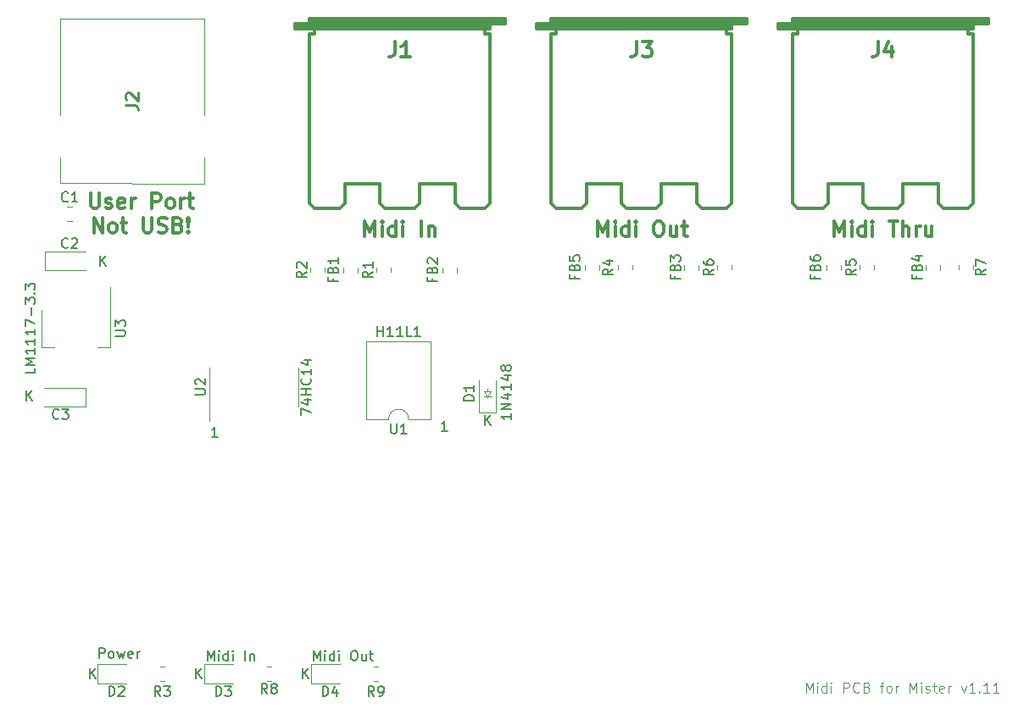
<source format=gbr>
%TF.GenerationSoftware,KiCad,Pcbnew,(6.0.4)*%
%TF.CreationDate,2022-03-30T21:28:38+02:00*%
%TF.ProjectId,mister-midi-pcb,6d697374-6572-42d6-9d69-64692d706362,1.11*%
%TF.SameCoordinates,Original*%
%TF.FileFunction,Legend,Top*%
%TF.FilePolarity,Positive*%
%FSLAX46Y46*%
G04 Gerber Fmt 4.6, Leading zero omitted, Abs format (unit mm)*
G04 Created by KiCad (PCBNEW (6.0.4)) date 2022-03-30 21:28:38*
%MOMM*%
%LPD*%
G01*
G04 APERTURE LIST*
%ADD10C,0.150000*%
%ADD11C,0.050000*%
%ADD12C,0.300000*%
%ADD13C,0.100000*%
%ADD14C,0.254000*%
%ADD15C,0.120000*%
%ADD16C,0.304800*%
G04 APERTURE END LIST*
D10*
X71013095Y-100952380D02*
X71013095Y-99952380D01*
X71584523Y-100952380D02*
X71155952Y-100380952D01*
X71584523Y-99952380D02*
X71013095Y-100523809D01*
X63638095Y-114402380D02*
X63638095Y-113402380D01*
X64209523Y-114402380D02*
X63780952Y-113830952D01*
X64209523Y-113402380D02*
X63638095Y-113973809D01*
X82760714Y-118027380D02*
X82189285Y-118027380D01*
X82475000Y-118027380D02*
X82475000Y-117027380D01*
X82379761Y-117170238D01*
X82284523Y-117265476D01*
X82189285Y-117313095D01*
X105685714Y-117427380D02*
X105114285Y-117427380D01*
X105400000Y-117427380D02*
X105400000Y-116427380D01*
X105304761Y-116570238D01*
X105209523Y-116665476D01*
X105114285Y-116713095D01*
X109488095Y-116852380D02*
X109488095Y-115852380D01*
X110059523Y-116852380D02*
X109630952Y-116280952D01*
X110059523Y-115852380D02*
X109488095Y-116423809D01*
X69988095Y-142177380D02*
X69988095Y-141177380D01*
X70559523Y-142177380D02*
X70130952Y-141605952D01*
X70559523Y-141177380D02*
X69988095Y-141748809D01*
X80588095Y-142202380D02*
X80588095Y-141202380D01*
X81159523Y-142202380D02*
X80730952Y-141630952D01*
X81159523Y-141202380D02*
X80588095Y-141773809D01*
X91288095Y-142177380D02*
X91288095Y-141177380D01*
X91859523Y-142177380D02*
X91430952Y-141605952D01*
X91859523Y-141177380D02*
X91288095Y-141748809D01*
D11*
X109725000Y-113975000D02*
X109725000Y-114175000D01*
X109725000Y-113200000D02*
X109725000Y-113425000D01*
X109375000Y-113450000D02*
X110050000Y-113450000D01*
X109725000Y-113975000D02*
X110050000Y-113475000D01*
X109375000Y-113450000D02*
X109725000Y-113975000D01*
X110100000Y-113975000D02*
X109725000Y-113975000D01*
X109350000Y-113975000D02*
X110100000Y-113975000D01*
D10*
X92345238Y-140406380D02*
X92345238Y-139406380D01*
X92678571Y-140120666D01*
X93011904Y-139406380D01*
X93011904Y-140406380D01*
X93488095Y-140406380D02*
X93488095Y-139739714D01*
X93488095Y-139406380D02*
X93440476Y-139454000D01*
X93488095Y-139501619D01*
X93535714Y-139454000D01*
X93488095Y-139406380D01*
X93488095Y-139501619D01*
X94392857Y-140406380D02*
X94392857Y-139406380D01*
X94392857Y-140358761D02*
X94297619Y-140406380D01*
X94107142Y-140406380D01*
X94011904Y-140358761D01*
X93964285Y-140311142D01*
X93916666Y-140215904D01*
X93916666Y-139930190D01*
X93964285Y-139834952D01*
X94011904Y-139787333D01*
X94107142Y-139739714D01*
X94297619Y-139739714D01*
X94392857Y-139787333D01*
X94869047Y-140406380D02*
X94869047Y-139739714D01*
X94869047Y-139406380D02*
X94821428Y-139454000D01*
X94869047Y-139501619D01*
X94916666Y-139454000D01*
X94869047Y-139406380D01*
X94869047Y-139501619D01*
X96297619Y-139406380D02*
X96488095Y-139406380D01*
X96583333Y-139454000D01*
X96678571Y-139549238D01*
X96726190Y-139739714D01*
X96726190Y-140073047D01*
X96678571Y-140263523D01*
X96583333Y-140358761D01*
X96488095Y-140406380D01*
X96297619Y-140406380D01*
X96202380Y-140358761D01*
X96107142Y-140263523D01*
X96059523Y-140073047D01*
X96059523Y-139739714D01*
X96107142Y-139549238D01*
X96202380Y-139454000D01*
X96297619Y-139406380D01*
X97583333Y-139739714D02*
X97583333Y-140406380D01*
X97154761Y-139739714D02*
X97154761Y-140263523D01*
X97202380Y-140358761D01*
X97297619Y-140406380D01*
X97440476Y-140406380D01*
X97535714Y-140358761D01*
X97583333Y-140311142D01*
X97916666Y-139739714D02*
X98297619Y-139739714D01*
X98059523Y-139406380D02*
X98059523Y-140263523D01*
X98107142Y-140358761D01*
X98202380Y-140406380D01*
X98297619Y-140406380D01*
X81740666Y-140406380D02*
X81740666Y-139406380D01*
X82074000Y-140120666D01*
X82407333Y-139406380D01*
X82407333Y-140406380D01*
X82883523Y-140406380D02*
X82883523Y-139739714D01*
X82883523Y-139406380D02*
X82835904Y-139454000D01*
X82883523Y-139501619D01*
X82931142Y-139454000D01*
X82883523Y-139406380D01*
X82883523Y-139501619D01*
X83788285Y-140406380D02*
X83788285Y-139406380D01*
X83788285Y-140358761D02*
X83693047Y-140406380D01*
X83502571Y-140406380D01*
X83407333Y-140358761D01*
X83359714Y-140311142D01*
X83312095Y-140215904D01*
X83312095Y-139930190D01*
X83359714Y-139834952D01*
X83407333Y-139787333D01*
X83502571Y-139739714D01*
X83693047Y-139739714D01*
X83788285Y-139787333D01*
X84264476Y-140406380D02*
X84264476Y-139739714D01*
X84264476Y-139406380D02*
X84216857Y-139454000D01*
X84264476Y-139501619D01*
X84312095Y-139454000D01*
X84264476Y-139406380D01*
X84264476Y-139501619D01*
X85502571Y-140406380D02*
X85502571Y-139406380D01*
X85978761Y-139739714D02*
X85978761Y-140406380D01*
X85978761Y-139834952D02*
X86026380Y-139787333D01*
X86121619Y-139739714D01*
X86264476Y-139739714D01*
X86359714Y-139787333D01*
X86407333Y-139882571D01*
X86407333Y-140406380D01*
X70921809Y-140152380D02*
X70921809Y-139152380D01*
X71302761Y-139152380D01*
X71398000Y-139200000D01*
X71445619Y-139247619D01*
X71493238Y-139342857D01*
X71493238Y-139485714D01*
X71445619Y-139580952D01*
X71398000Y-139628571D01*
X71302761Y-139676190D01*
X70921809Y-139676190D01*
X72064666Y-140152380D02*
X71969428Y-140104761D01*
X71921809Y-140057142D01*
X71874190Y-139961904D01*
X71874190Y-139676190D01*
X71921809Y-139580952D01*
X71969428Y-139533333D01*
X72064666Y-139485714D01*
X72207523Y-139485714D01*
X72302761Y-139533333D01*
X72350380Y-139580952D01*
X72398000Y-139676190D01*
X72398000Y-139961904D01*
X72350380Y-140057142D01*
X72302761Y-140104761D01*
X72207523Y-140152380D01*
X72064666Y-140152380D01*
X72731333Y-139485714D02*
X72921809Y-140152380D01*
X73112285Y-139676190D01*
X73302761Y-140152380D01*
X73493238Y-139485714D01*
X74255142Y-140104761D02*
X74159904Y-140152380D01*
X73969428Y-140152380D01*
X73874190Y-140104761D01*
X73826571Y-140009523D01*
X73826571Y-139628571D01*
X73874190Y-139533333D01*
X73969428Y-139485714D01*
X74159904Y-139485714D01*
X74255142Y-139533333D01*
X74302761Y-139628571D01*
X74302761Y-139723809D01*
X73826571Y-139819047D01*
X74731333Y-140152380D02*
X74731333Y-139485714D01*
X74731333Y-139676190D02*
X74778952Y-139580952D01*
X74826571Y-139533333D01*
X74921809Y-139485714D01*
X75017047Y-139485714D01*
D12*
X70072085Y-93703671D02*
X70072085Y-94917957D01*
X70143514Y-95060814D01*
X70214942Y-95132242D01*
X70357800Y-95203671D01*
X70643514Y-95203671D01*
X70786371Y-95132242D01*
X70857800Y-95060814D01*
X70929228Y-94917957D01*
X70929228Y-93703671D01*
X71572085Y-95132242D02*
X71714942Y-95203671D01*
X72000657Y-95203671D01*
X72143514Y-95132242D01*
X72214942Y-94989385D01*
X72214942Y-94917957D01*
X72143514Y-94775100D01*
X72000657Y-94703671D01*
X71786371Y-94703671D01*
X71643514Y-94632242D01*
X71572085Y-94489385D01*
X71572085Y-94417957D01*
X71643514Y-94275100D01*
X71786371Y-94203671D01*
X72000657Y-94203671D01*
X72143514Y-94275100D01*
X73429228Y-95132242D02*
X73286371Y-95203671D01*
X73000657Y-95203671D01*
X72857800Y-95132242D01*
X72786371Y-94989385D01*
X72786371Y-94417957D01*
X72857800Y-94275100D01*
X73000657Y-94203671D01*
X73286371Y-94203671D01*
X73429228Y-94275100D01*
X73500657Y-94417957D01*
X73500657Y-94560814D01*
X72786371Y-94703671D01*
X74143514Y-95203671D02*
X74143514Y-94203671D01*
X74143514Y-94489385D02*
X74214942Y-94346528D01*
X74286371Y-94275100D01*
X74429228Y-94203671D01*
X74572085Y-94203671D01*
X76214942Y-95203671D02*
X76214942Y-93703671D01*
X76786371Y-93703671D01*
X76929228Y-93775100D01*
X77000657Y-93846528D01*
X77072085Y-93989385D01*
X77072085Y-94203671D01*
X77000657Y-94346528D01*
X76929228Y-94417957D01*
X76786371Y-94489385D01*
X76214942Y-94489385D01*
X77929228Y-95203671D02*
X77786371Y-95132242D01*
X77714942Y-95060814D01*
X77643514Y-94917957D01*
X77643514Y-94489385D01*
X77714942Y-94346528D01*
X77786371Y-94275100D01*
X77929228Y-94203671D01*
X78143514Y-94203671D01*
X78286371Y-94275100D01*
X78357800Y-94346528D01*
X78429228Y-94489385D01*
X78429228Y-94917957D01*
X78357800Y-95060814D01*
X78286371Y-95132242D01*
X78143514Y-95203671D01*
X77929228Y-95203671D01*
X79072085Y-95203671D02*
X79072085Y-94203671D01*
X79072085Y-94489385D02*
X79143514Y-94346528D01*
X79214942Y-94275100D01*
X79357800Y-94203671D01*
X79500657Y-94203671D01*
X79786371Y-94203671D02*
X80357800Y-94203671D01*
X80000657Y-93703671D02*
X80000657Y-94989385D01*
X80072085Y-95132242D01*
X80214942Y-95203671D01*
X80357800Y-95203671D01*
X70393514Y-97618671D02*
X70393514Y-96118671D01*
X71250657Y-97618671D01*
X71250657Y-96118671D01*
X72179228Y-97618671D02*
X72036371Y-97547242D01*
X71964942Y-97475814D01*
X71893514Y-97332957D01*
X71893514Y-96904385D01*
X71964942Y-96761528D01*
X72036371Y-96690100D01*
X72179228Y-96618671D01*
X72393514Y-96618671D01*
X72536371Y-96690100D01*
X72607800Y-96761528D01*
X72679228Y-96904385D01*
X72679228Y-97332957D01*
X72607800Y-97475814D01*
X72536371Y-97547242D01*
X72393514Y-97618671D01*
X72179228Y-97618671D01*
X73107800Y-96618671D02*
X73679228Y-96618671D01*
X73322085Y-96118671D02*
X73322085Y-97404385D01*
X73393514Y-97547242D01*
X73536371Y-97618671D01*
X73679228Y-97618671D01*
X75322085Y-96118671D02*
X75322085Y-97332957D01*
X75393514Y-97475814D01*
X75464942Y-97547242D01*
X75607800Y-97618671D01*
X75893514Y-97618671D01*
X76036371Y-97547242D01*
X76107800Y-97475814D01*
X76179228Y-97332957D01*
X76179228Y-96118671D01*
X76822085Y-97547242D02*
X77036371Y-97618671D01*
X77393514Y-97618671D01*
X77536371Y-97547242D01*
X77607800Y-97475814D01*
X77679228Y-97332957D01*
X77679228Y-97190100D01*
X77607800Y-97047242D01*
X77536371Y-96975814D01*
X77393514Y-96904385D01*
X77107800Y-96832957D01*
X76964942Y-96761528D01*
X76893514Y-96690100D01*
X76822085Y-96547242D01*
X76822085Y-96404385D01*
X76893514Y-96261528D01*
X76964942Y-96190100D01*
X77107800Y-96118671D01*
X77464942Y-96118671D01*
X77679228Y-96190100D01*
X78822085Y-96832957D02*
X79036371Y-96904385D01*
X79107800Y-96975814D01*
X79179228Y-97118671D01*
X79179228Y-97332957D01*
X79107800Y-97475814D01*
X79036371Y-97547242D01*
X78893514Y-97618671D01*
X78322085Y-97618671D01*
X78322085Y-96118671D01*
X78822085Y-96118671D01*
X78964942Y-96190100D01*
X79036371Y-96261528D01*
X79107800Y-96404385D01*
X79107800Y-96547242D01*
X79036371Y-96690100D01*
X78964942Y-96761528D01*
X78822085Y-96832957D01*
X78322085Y-96832957D01*
X79822085Y-97475814D02*
X79893514Y-97547242D01*
X79822085Y-97618671D01*
X79750657Y-97547242D01*
X79822085Y-97475814D01*
X79822085Y-97618671D01*
X79822085Y-97047242D02*
X79750657Y-96190100D01*
X79822085Y-96118671D01*
X79893514Y-96190100D01*
X79822085Y-97047242D01*
X79822085Y-96118671D01*
D13*
X141510952Y-143581380D02*
X141510952Y-142581380D01*
X141844285Y-143295666D01*
X142177619Y-142581380D01*
X142177619Y-143581380D01*
X142653809Y-143581380D02*
X142653809Y-142914714D01*
X142653809Y-142581380D02*
X142606190Y-142629000D01*
X142653809Y-142676619D01*
X142701428Y-142629000D01*
X142653809Y-142581380D01*
X142653809Y-142676619D01*
X143558571Y-143581380D02*
X143558571Y-142581380D01*
X143558571Y-143533761D02*
X143463333Y-143581380D01*
X143272857Y-143581380D01*
X143177619Y-143533761D01*
X143130000Y-143486142D01*
X143082380Y-143390904D01*
X143082380Y-143105190D01*
X143130000Y-143009952D01*
X143177619Y-142962333D01*
X143272857Y-142914714D01*
X143463333Y-142914714D01*
X143558571Y-142962333D01*
X144034761Y-143581380D02*
X144034761Y-142914714D01*
X144034761Y-142581380D02*
X143987142Y-142629000D01*
X144034761Y-142676619D01*
X144082380Y-142629000D01*
X144034761Y-142581380D01*
X144034761Y-142676619D01*
X145272857Y-143581380D02*
X145272857Y-142581380D01*
X145653809Y-142581380D01*
X145749047Y-142629000D01*
X145796666Y-142676619D01*
X145844285Y-142771857D01*
X145844285Y-142914714D01*
X145796666Y-143009952D01*
X145749047Y-143057571D01*
X145653809Y-143105190D01*
X145272857Y-143105190D01*
X146844285Y-143486142D02*
X146796666Y-143533761D01*
X146653809Y-143581380D01*
X146558571Y-143581380D01*
X146415714Y-143533761D01*
X146320476Y-143438523D01*
X146272857Y-143343285D01*
X146225238Y-143152809D01*
X146225238Y-143009952D01*
X146272857Y-142819476D01*
X146320476Y-142724238D01*
X146415714Y-142629000D01*
X146558571Y-142581380D01*
X146653809Y-142581380D01*
X146796666Y-142629000D01*
X146844285Y-142676619D01*
X147606190Y-143057571D02*
X147749047Y-143105190D01*
X147796666Y-143152809D01*
X147844285Y-143248047D01*
X147844285Y-143390904D01*
X147796666Y-143486142D01*
X147749047Y-143533761D01*
X147653809Y-143581380D01*
X147272857Y-143581380D01*
X147272857Y-142581380D01*
X147606190Y-142581380D01*
X147701428Y-142629000D01*
X147749047Y-142676619D01*
X147796666Y-142771857D01*
X147796666Y-142867095D01*
X147749047Y-142962333D01*
X147701428Y-143009952D01*
X147606190Y-143057571D01*
X147272857Y-143057571D01*
X148891904Y-142914714D02*
X149272857Y-142914714D01*
X149034761Y-143581380D02*
X149034761Y-142724238D01*
X149082380Y-142629000D01*
X149177619Y-142581380D01*
X149272857Y-142581380D01*
X149749047Y-143581380D02*
X149653809Y-143533761D01*
X149606190Y-143486142D01*
X149558571Y-143390904D01*
X149558571Y-143105190D01*
X149606190Y-143009952D01*
X149653809Y-142962333D01*
X149749047Y-142914714D01*
X149891904Y-142914714D01*
X149987142Y-142962333D01*
X150034761Y-143009952D01*
X150082380Y-143105190D01*
X150082380Y-143390904D01*
X150034761Y-143486142D01*
X149987142Y-143533761D01*
X149891904Y-143581380D01*
X149749047Y-143581380D01*
X150510952Y-143581380D02*
X150510952Y-142914714D01*
X150510952Y-143105190D02*
X150558571Y-143009952D01*
X150606190Y-142962333D01*
X150701428Y-142914714D01*
X150796666Y-142914714D01*
X151891904Y-143581380D02*
X151891904Y-142581380D01*
X152225238Y-143295666D01*
X152558571Y-142581380D01*
X152558571Y-143581380D01*
X153034761Y-143581380D02*
X153034761Y-142914714D01*
X153034761Y-142581380D02*
X152987142Y-142629000D01*
X153034761Y-142676619D01*
X153082380Y-142629000D01*
X153034761Y-142581380D01*
X153034761Y-142676619D01*
X153463333Y-143533761D02*
X153558571Y-143581380D01*
X153749047Y-143581380D01*
X153844285Y-143533761D01*
X153891904Y-143438523D01*
X153891904Y-143390904D01*
X153844285Y-143295666D01*
X153749047Y-143248047D01*
X153606190Y-143248047D01*
X153510952Y-143200428D01*
X153463333Y-143105190D01*
X153463333Y-143057571D01*
X153510952Y-142962333D01*
X153606190Y-142914714D01*
X153749047Y-142914714D01*
X153844285Y-142962333D01*
X154177619Y-142914714D02*
X154558571Y-142914714D01*
X154320476Y-142581380D02*
X154320476Y-143438523D01*
X154368095Y-143533761D01*
X154463333Y-143581380D01*
X154558571Y-143581380D01*
X155272857Y-143533761D02*
X155177619Y-143581380D01*
X154987142Y-143581380D01*
X154891904Y-143533761D01*
X154844285Y-143438523D01*
X154844285Y-143057571D01*
X154891904Y-142962333D01*
X154987142Y-142914714D01*
X155177619Y-142914714D01*
X155272857Y-142962333D01*
X155320476Y-143057571D01*
X155320476Y-143152809D01*
X154844285Y-143248047D01*
X155749047Y-143581380D02*
X155749047Y-142914714D01*
X155749047Y-143105190D02*
X155796666Y-143009952D01*
X155844285Y-142962333D01*
X155939523Y-142914714D01*
X156034761Y-142914714D01*
X157034761Y-142914714D02*
X157272857Y-143581380D01*
X157510952Y-142914714D01*
X158415714Y-143581380D02*
X157844285Y-143581380D01*
X158130000Y-143581380D02*
X158130000Y-142581380D01*
X158034761Y-142724238D01*
X157939523Y-142819476D01*
X157844285Y-142867095D01*
X158844285Y-143486142D02*
X158891904Y-143533761D01*
X158844285Y-143581380D01*
X158796666Y-143533761D01*
X158844285Y-143486142D01*
X158844285Y-143581380D01*
X159844285Y-143581380D02*
X159272857Y-143581380D01*
X159558571Y-143581380D02*
X159558571Y-142581380D01*
X159463333Y-142724238D01*
X159368095Y-142819476D01*
X159272857Y-142867095D01*
X160796666Y-143581380D02*
X160225238Y-143581380D01*
X160510952Y-143581380D02*
X160510952Y-142581380D01*
X160415714Y-142724238D01*
X160320476Y-142819476D01*
X160225238Y-142867095D01*
D10*
%TO.C,D1*%
X108330380Y-114403095D02*
X107330380Y-114403095D01*
X107330380Y-114165000D01*
X107378000Y-114022142D01*
X107473238Y-113926904D01*
X107568476Y-113879285D01*
X107758952Y-113831666D01*
X107901809Y-113831666D01*
X108092285Y-113879285D01*
X108187523Y-113926904D01*
X108282761Y-114022142D01*
X108330380Y-114165000D01*
X108330380Y-114403095D01*
X108330380Y-112879285D02*
X108330380Y-113450714D01*
X108330380Y-113165000D02*
X107330380Y-113165000D01*
X107473238Y-113260238D01*
X107568476Y-113355476D01*
X107616095Y-113450714D01*
X112080380Y-115707857D02*
X112080380Y-116279285D01*
X112080380Y-115993571D02*
X111080380Y-115993571D01*
X111223238Y-116088809D01*
X111318476Y-116184047D01*
X111366095Y-116279285D01*
X112080380Y-115279285D02*
X111080380Y-115279285D01*
X112080380Y-114707857D01*
X111080380Y-114707857D01*
X111413714Y-113803095D02*
X112080380Y-113803095D01*
X111032761Y-114041190D02*
X111747047Y-114279285D01*
X111747047Y-113660238D01*
X112080380Y-112755476D02*
X112080380Y-113326904D01*
X112080380Y-113041190D02*
X111080380Y-113041190D01*
X111223238Y-113136428D01*
X111318476Y-113231666D01*
X111366095Y-113326904D01*
X111413714Y-111898333D02*
X112080380Y-111898333D01*
X111032761Y-112136428D02*
X111747047Y-112374523D01*
X111747047Y-111755476D01*
X111508952Y-111231666D02*
X111461333Y-111326904D01*
X111413714Y-111374523D01*
X111318476Y-111422142D01*
X111270857Y-111422142D01*
X111175619Y-111374523D01*
X111128000Y-111326904D01*
X111080380Y-111231666D01*
X111080380Y-111041190D01*
X111128000Y-110945952D01*
X111175619Y-110898333D01*
X111270857Y-110850714D01*
X111318476Y-110850714D01*
X111413714Y-110898333D01*
X111461333Y-110945952D01*
X111508952Y-111041190D01*
X111508952Y-111231666D01*
X111556571Y-111326904D01*
X111604190Y-111374523D01*
X111699428Y-111422142D01*
X111889904Y-111422142D01*
X111985142Y-111374523D01*
X112032761Y-111326904D01*
X112080380Y-111231666D01*
X112080380Y-111041190D01*
X112032761Y-110945952D01*
X111985142Y-110898333D01*
X111889904Y-110850714D01*
X111699428Y-110850714D01*
X111604190Y-110898333D01*
X111556571Y-110945952D01*
X111508952Y-111041190D01*
D12*
%TO.C,J1*%
X100465000Y-78553571D02*
X100465000Y-79625000D01*
X100393571Y-79839285D01*
X100250714Y-79982142D01*
X100036428Y-80053571D01*
X99893571Y-80053571D01*
X101965000Y-80053571D02*
X101107857Y-80053571D01*
X101536428Y-80053571D02*
X101536428Y-78553571D01*
X101393571Y-78767857D01*
X101250714Y-78910714D01*
X101107857Y-78982142D01*
X97465000Y-97960571D02*
X97465000Y-96460571D01*
X97965000Y-97532000D01*
X98465000Y-96460571D01*
X98465000Y-97960571D01*
X99179285Y-97960571D02*
X99179285Y-96960571D01*
X99179285Y-96460571D02*
X99107857Y-96532000D01*
X99179285Y-96603428D01*
X99250714Y-96532000D01*
X99179285Y-96460571D01*
X99179285Y-96603428D01*
X100536428Y-97960571D02*
X100536428Y-96460571D01*
X100536428Y-97889142D02*
X100393571Y-97960571D01*
X100107857Y-97960571D01*
X99965000Y-97889142D01*
X99893571Y-97817714D01*
X99822142Y-97674857D01*
X99822142Y-97246285D01*
X99893571Y-97103428D01*
X99965000Y-97032000D01*
X100107857Y-96960571D01*
X100393571Y-96960571D01*
X100536428Y-97032000D01*
X101250714Y-97960571D02*
X101250714Y-96960571D01*
X101250714Y-96460571D02*
X101179285Y-96532000D01*
X101250714Y-96603428D01*
X101322142Y-96532000D01*
X101250714Y-96460571D01*
X101250714Y-96603428D01*
X103107857Y-97960571D02*
X103107857Y-96460571D01*
X103822142Y-96960571D02*
X103822142Y-97960571D01*
X103822142Y-97103428D02*
X103893571Y-97032000D01*
X104036428Y-96960571D01*
X104250714Y-96960571D01*
X104393571Y-97032000D01*
X104465000Y-97174857D01*
X104465000Y-97960571D01*
%TO.C,J3*%
X124595000Y-78553571D02*
X124595000Y-79625000D01*
X124523571Y-79839285D01*
X124380714Y-79982142D01*
X124166428Y-80053571D01*
X124023571Y-80053571D01*
X125166428Y-78553571D02*
X126095000Y-78553571D01*
X125595000Y-79125000D01*
X125809285Y-79125000D01*
X125952142Y-79196428D01*
X126023571Y-79267857D01*
X126095000Y-79410714D01*
X126095000Y-79767857D01*
X126023571Y-79910714D01*
X125952142Y-79982142D01*
X125809285Y-80053571D01*
X125380714Y-80053571D01*
X125237857Y-79982142D01*
X125166428Y-79910714D01*
X120737857Y-97960571D02*
X120737857Y-96460571D01*
X121237857Y-97532000D01*
X121737857Y-96460571D01*
X121737857Y-97960571D01*
X122452142Y-97960571D02*
X122452142Y-96960571D01*
X122452142Y-96460571D02*
X122380714Y-96532000D01*
X122452142Y-96603428D01*
X122523571Y-96532000D01*
X122452142Y-96460571D01*
X122452142Y-96603428D01*
X123809285Y-97960571D02*
X123809285Y-96460571D01*
X123809285Y-97889142D02*
X123666428Y-97960571D01*
X123380714Y-97960571D01*
X123237857Y-97889142D01*
X123166428Y-97817714D01*
X123095000Y-97674857D01*
X123095000Y-97246285D01*
X123166428Y-97103428D01*
X123237857Y-97032000D01*
X123380714Y-96960571D01*
X123666428Y-96960571D01*
X123809285Y-97032000D01*
X124523571Y-97960571D02*
X124523571Y-96960571D01*
X124523571Y-96460571D02*
X124452142Y-96532000D01*
X124523571Y-96603428D01*
X124595000Y-96532000D01*
X124523571Y-96460571D01*
X124523571Y-96603428D01*
X126666428Y-96460571D02*
X126952142Y-96460571D01*
X127095000Y-96532000D01*
X127237857Y-96674857D01*
X127309285Y-96960571D01*
X127309285Y-97460571D01*
X127237857Y-97746285D01*
X127095000Y-97889142D01*
X126952142Y-97960571D01*
X126666428Y-97960571D01*
X126523571Y-97889142D01*
X126380714Y-97746285D01*
X126309285Y-97460571D01*
X126309285Y-96960571D01*
X126380714Y-96674857D01*
X126523571Y-96532000D01*
X126666428Y-96460571D01*
X128595000Y-96960571D02*
X128595000Y-97960571D01*
X127952142Y-96960571D02*
X127952142Y-97746285D01*
X128023571Y-97889142D01*
X128166428Y-97960571D01*
X128380714Y-97960571D01*
X128523571Y-97889142D01*
X128595000Y-97817714D01*
X129095000Y-96960571D02*
X129666428Y-96960571D01*
X129309285Y-96460571D02*
X129309285Y-97746285D01*
X129380714Y-97889142D01*
X129523571Y-97960571D01*
X129666428Y-97960571D01*
D10*
%TO.C,R1*%
X98242380Y-101512666D02*
X97766190Y-101846000D01*
X98242380Y-102084095D02*
X97242380Y-102084095D01*
X97242380Y-101703142D01*
X97290000Y-101607904D01*
X97337619Y-101560285D01*
X97432857Y-101512666D01*
X97575714Y-101512666D01*
X97670952Y-101560285D01*
X97718571Y-101607904D01*
X97766190Y-101703142D01*
X97766190Y-102084095D01*
X98242380Y-100560285D02*
X98242380Y-101131714D01*
X98242380Y-100846000D02*
X97242380Y-100846000D01*
X97385238Y-100941238D01*
X97480476Y-101036476D01*
X97528095Y-101131714D01*
%TO.C,R5*%
X146502380Y-101258666D02*
X146026190Y-101592000D01*
X146502380Y-101830095D02*
X145502380Y-101830095D01*
X145502380Y-101449142D01*
X145550000Y-101353904D01*
X145597619Y-101306285D01*
X145692857Y-101258666D01*
X145835714Y-101258666D01*
X145930952Y-101306285D01*
X145978571Y-101353904D01*
X146026190Y-101449142D01*
X146026190Y-101830095D01*
X145502380Y-100353904D02*
X145502380Y-100830095D01*
X145978571Y-100877714D01*
X145930952Y-100830095D01*
X145883333Y-100734857D01*
X145883333Y-100496761D01*
X145930952Y-100401523D01*
X145978571Y-100353904D01*
X146073809Y-100306285D01*
X146311904Y-100306285D01*
X146407142Y-100353904D01*
X146454761Y-100401523D01*
X146502380Y-100496761D01*
X146502380Y-100734857D01*
X146454761Y-100830095D01*
X146407142Y-100877714D01*
%TO.C,R6*%
X132278380Y-101258666D02*
X131802190Y-101592000D01*
X132278380Y-101830095D02*
X131278380Y-101830095D01*
X131278380Y-101449142D01*
X131326000Y-101353904D01*
X131373619Y-101306285D01*
X131468857Y-101258666D01*
X131611714Y-101258666D01*
X131706952Y-101306285D01*
X131754571Y-101353904D01*
X131802190Y-101449142D01*
X131802190Y-101830095D01*
X131278380Y-100401523D02*
X131278380Y-100592000D01*
X131326000Y-100687238D01*
X131373619Y-100734857D01*
X131516476Y-100830095D01*
X131706952Y-100877714D01*
X132087904Y-100877714D01*
X132183142Y-100830095D01*
X132230761Y-100782476D01*
X132278380Y-100687238D01*
X132278380Y-100496761D01*
X132230761Y-100401523D01*
X132183142Y-100353904D01*
X132087904Y-100306285D01*
X131849809Y-100306285D01*
X131754571Y-100353904D01*
X131706952Y-100401523D01*
X131659333Y-100496761D01*
X131659333Y-100687238D01*
X131706952Y-100782476D01*
X131754571Y-100830095D01*
X131849809Y-100877714D01*
%TO.C,R7*%
X159456380Y-101258666D02*
X158980190Y-101592000D01*
X159456380Y-101830095D02*
X158456380Y-101830095D01*
X158456380Y-101449142D01*
X158504000Y-101353904D01*
X158551619Y-101306285D01*
X158646857Y-101258666D01*
X158789714Y-101258666D01*
X158884952Y-101306285D01*
X158932571Y-101353904D01*
X158980190Y-101449142D01*
X158980190Y-101830095D01*
X158456380Y-100925333D02*
X158456380Y-100258666D01*
X159456380Y-100687238D01*
%TO.C,U1*%
X100076095Y-116717380D02*
X100076095Y-117526904D01*
X100123714Y-117622142D01*
X100171333Y-117669761D01*
X100266571Y-117717380D01*
X100457047Y-117717380D01*
X100552285Y-117669761D01*
X100599904Y-117622142D01*
X100647523Y-117526904D01*
X100647523Y-116717380D01*
X101647523Y-117717380D02*
X101076095Y-117717380D01*
X101361809Y-117717380D02*
X101361809Y-116717380D01*
X101266571Y-116860238D01*
X101171333Y-116955476D01*
X101076095Y-117003095D01*
X98718952Y-107977380D02*
X98718952Y-106977380D01*
X98718952Y-107453571D02*
X99290380Y-107453571D01*
X99290380Y-107977380D02*
X99290380Y-106977380D01*
X100290380Y-107977380D02*
X99718952Y-107977380D01*
X100004666Y-107977380D02*
X100004666Y-106977380D01*
X99909428Y-107120238D01*
X99814190Y-107215476D01*
X99718952Y-107263095D01*
X101242761Y-107977380D02*
X100671333Y-107977380D01*
X100957047Y-107977380D02*
X100957047Y-106977380D01*
X100861809Y-107120238D01*
X100766571Y-107215476D01*
X100671333Y-107263095D01*
X102147523Y-107977380D02*
X101671333Y-107977380D01*
X101671333Y-106977380D01*
X103004666Y-107977380D02*
X102433238Y-107977380D01*
X102718952Y-107977380D02*
X102718952Y-106977380D01*
X102623714Y-107120238D01*
X102528476Y-107215476D01*
X102433238Y-107263095D01*
D12*
%TO.C,J4*%
X148725000Y-78553571D02*
X148725000Y-79625000D01*
X148653571Y-79839285D01*
X148510714Y-79982142D01*
X148296428Y-80053571D01*
X148153571Y-80053571D01*
X150082142Y-79053571D02*
X150082142Y-80053571D01*
X149725000Y-78482142D02*
X149367857Y-79553571D01*
X150296428Y-79553571D01*
X144367857Y-97960571D02*
X144367857Y-96460571D01*
X144867857Y-97532000D01*
X145367857Y-96460571D01*
X145367857Y-97960571D01*
X146082142Y-97960571D02*
X146082142Y-96960571D01*
X146082142Y-96460571D02*
X146010714Y-96532000D01*
X146082142Y-96603428D01*
X146153571Y-96532000D01*
X146082142Y-96460571D01*
X146082142Y-96603428D01*
X147439285Y-97960571D02*
X147439285Y-96460571D01*
X147439285Y-97889142D02*
X147296428Y-97960571D01*
X147010714Y-97960571D01*
X146867857Y-97889142D01*
X146796428Y-97817714D01*
X146725000Y-97674857D01*
X146725000Y-97246285D01*
X146796428Y-97103428D01*
X146867857Y-97032000D01*
X147010714Y-96960571D01*
X147296428Y-96960571D01*
X147439285Y-97032000D01*
X148153571Y-97960571D02*
X148153571Y-96960571D01*
X148153571Y-96460571D02*
X148082142Y-96532000D01*
X148153571Y-96603428D01*
X148225000Y-96532000D01*
X148153571Y-96460571D01*
X148153571Y-96603428D01*
X149796428Y-96460571D02*
X150653571Y-96460571D01*
X150225000Y-97960571D02*
X150225000Y-96460571D01*
X151153571Y-97960571D02*
X151153571Y-96460571D01*
X151796428Y-97960571D02*
X151796428Y-97174857D01*
X151725000Y-97032000D01*
X151582142Y-96960571D01*
X151367857Y-96960571D01*
X151225000Y-97032000D01*
X151153571Y-97103428D01*
X152510714Y-97960571D02*
X152510714Y-96960571D01*
X152510714Y-97246285D02*
X152582142Y-97103428D01*
X152653571Y-97032000D01*
X152796428Y-96960571D01*
X152939285Y-96960571D01*
X154082142Y-96960571D02*
X154082142Y-97960571D01*
X153439285Y-96960571D02*
X153439285Y-97746285D01*
X153510714Y-97889142D01*
X153653571Y-97960571D01*
X153867857Y-97960571D01*
X154010714Y-97889142D01*
X154082142Y-97817714D01*
D10*
%TO.C,R3*%
X77049333Y-143962380D02*
X76716000Y-143486190D01*
X76477904Y-143962380D02*
X76477904Y-142962380D01*
X76858857Y-142962380D01*
X76954095Y-143010000D01*
X77001714Y-143057619D01*
X77049333Y-143152857D01*
X77049333Y-143295714D01*
X77001714Y-143390952D01*
X76954095Y-143438571D01*
X76858857Y-143486190D01*
X76477904Y-143486190D01*
X77382666Y-142962380D02*
X78001714Y-142962380D01*
X77668380Y-143343333D01*
X77811238Y-143343333D01*
X77906476Y-143390952D01*
X77954095Y-143438571D01*
X78001714Y-143533809D01*
X78001714Y-143771904D01*
X77954095Y-143867142D01*
X77906476Y-143914761D01*
X77811238Y-143962380D01*
X77525523Y-143962380D01*
X77430285Y-143914761D01*
X77382666Y-143867142D01*
%TO.C,D3*%
X82573904Y-143962380D02*
X82573904Y-142962380D01*
X82812000Y-142962380D01*
X82954857Y-143010000D01*
X83050095Y-143105238D01*
X83097714Y-143200476D01*
X83145333Y-143390952D01*
X83145333Y-143533809D01*
X83097714Y-143724285D01*
X83050095Y-143819523D01*
X82954857Y-143914761D01*
X82812000Y-143962380D01*
X82573904Y-143962380D01*
X83478666Y-142962380D02*
X84097714Y-142962380D01*
X83764380Y-143343333D01*
X83907238Y-143343333D01*
X84002476Y-143390952D01*
X84050095Y-143438571D01*
X84097714Y-143533809D01*
X84097714Y-143771904D01*
X84050095Y-143867142D01*
X84002476Y-143914761D01*
X83907238Y-143962380D01*
X83621523Y-143962380D01*
X83526285Y-143914761D01*
X83478666Y-143867142D01*
%TO.C,FB1*%
X94260571Y-102179333D02*
X94260571Y-102512666D01*
X94784380Y-102512666D02*
X93784380Y-102512666D01*
X93784380Y-102036476D01*
X94260571Y-101322190D02*
X94308190Y-101179333D01*
X94355809Y-101131714D01*
X94451047Y-101084095D01*
X94593904Y-101084095D01*
X94689142Y-101131714D01*
X94736761Y-101179333D01*
X94784380Y-101274571D01*
X94784380Y-101655523D01*
X93784380Y-101655523D01*
X93784380Y-101322190D01*
X93832000Y-101226952D01*
X93879619Y-101179333D01*
X93974857Y-101131714D01*
X94070095Y-101131714D01*
X94165333Y-101179333D01*
X94212952Y-101226952D01*
X94260571Y-101322190D01*
X94260571Y-101655523D01*
X94784380Y-100131714D02*
X94784380Y-100703142D01*
X94784380Y-100417428D02*
X93784380Y-100417428D01*
X93927238Y-100512666D01*
X94022476Y-100607904D01*
X94070095Y-100703142D01*
%TO.C,FB2*%
X104166571Y-102179333D02*
X104166571Y-102512666D01*
X104690380Y-102512666D02*
X103690380Y-102512666D01*
X103690380Y-102036476D01*
X104166571Y-101322190D02*
X104214190Y-101179333D01*
X104261809Y-101131714D01*
X104357047Y-101084095D01*
X104499904Y-101084095D01*
X104595142Y-101131714D01*
X104642761Y-101179333D01*
X104690380Y-101274571D01*
X104690380Y-101655523D01*
X103690380Y-101655523D01*
X103690380Y-101322190D01*
X103738000Y-101226952D01*
X103785619Y-101179333D01*
X103880857Y-101131714D01*
X103976095Y-101131714D01*
X104071333Y-101179333D01*
X104118952Y-101226952D01*
X104166571Y-101322190D01*
X104166571Y-101655523D01*
X103785619Y-100703142D02*
X103738000Y-100655523D01*
X103690380Y-100560285D01*
X103690380Y-100322190D01*
X103738000Y-100226952D01*
X103785619Y-100179333D01*
X103880857Y-100131714D01*
X103976095Y-100131714D01*
X104118952Y-100179333D01*
X104690380Y-100750761D01*
X104690380Y-100131714D01*
%TO.C,FB3*%
X128452571Y-101925333D02*
X128452571Y-102258666D01*
X128976380Y-102258666D02*
X127976380Y-102258666D01*
X127976380Y-101782476D01*
X128452571Y-101068190D02*
X128500190Y-100925333D01*
X128547809Y-100877714D01*
X128643047Y-100830095D01*
X128785904Y-100830095D01*
X128881142Y-100877714D01*
X128928761Y-100925333D01*
X128976380Y-101020571D01*
X128976380Y-101401523D01*
X127976380Y-101401523D01*
X127976380Y-101068190D01*
X128024000Y-100972952D01*
X128071619Y-100925333D01*
X128166857Y-100877714D01*
X128262095Y-100877714D01*
X128357333Y-100925333D01*
X128404952Y-100972952D01*
X128452571Y-101068190D01*
X128452571Y-101401523D01*
X127976380Y-100496761D02*
X127976380Y-99877714D01*
X128357333Y-100211047D01*
X128357333Y-100068190D01*
X128404952Y-99972952D01*
X128452571Y-99925333D01*
X128547809Y-99877714D01*
X128785904Y-99877714D01*
X128881142Y-99925333D01*
X128928761Y-99972952D01*
X128976380Y-100068190D01*
X128976380Y-100353904D01*
X128928761Y-100449142D01*
X128881142Y-100496761D01*
%TO.C,FB4*%
X152582571Y-101925333D02*
X152582571Y-102258666D01*
X153106380Y-102258666D02*
X152106380Y-102258666D01*
X152106380Y-101782476D01*
X152582571Y-101068190D02*
X152630190Y-100925333D01*
X152677809Y-100877714D01*
X152773047Y-100830095D01*
X152915904Y-100830095D01*
X153011142Y-100877714D01*
X153058761Y-100925333D01*
X153106380Y-101020571D01*
X153106380Y-101401523D01*
X152106380Y-101401523D01*
X152106380Y-101068190D01*
X152154000Y-100972952D01*
X152201619Y-100925333D01*
X152296857Y-100877714D01*
X152392095Y-100877714D01*
X152487333Y-100925333D01*
X152534952Y-100972952D01*
X152582571Y-101068190D01*
X152582571Y-101401523D01*
X152439714Y-99972952D02*
X153106380Y-99972952D01*
X152058761Y-100211047D02*
X152773047Y-100449142D01*
X152773047Y-99830095D01*
%TO.C,FB5*%
X118390571Y-101925333D02*
X118390571Y-102258666D01*
X118914380Y-102258666D02*
X117914380Y-102258666D01*
X117914380Y-101782476D01*
X118390571Y-101068190D02*
X118438190Y-100925333D01*
X118485809Y-100877714D01*
X118581047Y-100830095D01*
X118723904Y-100830095D01*
X118819142Y-100877714D01*
X118866761Y-100925333D01*
X118914380Y-101020571D01*
X118914380Y-101401523D01*
X117914380Y-101401523D01*
X117914380Y-101068190D01*
X117962000Y-100972952D01*
X118009619Y-100925333D01*
X118104857Y-100877714D01*
X118200095Y-100877714D01*
X118295333Y-100925333D01*
X118342952Y-100972952D01*
X118390571Y-101068190D01*
X118390571Y-101401523D01*
X117914380Y-99925333D02*
X117914380Y-100401523D01*
X118390571Y-100449142D01*
X118342952Y-100401523D01*
X118295333Y-100306285D01*
X118295333Y-100068190D01*
X118342952Y-99972952D01*
X118390571Y-99925333D01*
X118485809Y-99877714D01*
X118723904Y-99877714D01*
X118819142Y-99925333D01*
X118866761Y-99972952D01*
X118914380Y-100068190D01*
X118914380Y-100306285D01*
X118866761Y-100401523D01*
X118819142Y-100449142D01*
%TO.C,FB6*%
X142422571Y-101925333D02*
X142422571Y-102258666D01*
X142946380Y-102258666D02*
X141946380Y-102258666D01*
X141946380Y-101782476D01*
X142422571Y-101068190D02*
X142470190Y-100925333D01*
X142517809Y-100877714D01*
X142613047Y-100830095D01*
X142755904Y-100830095D01*
X142851142Y-100877714D01*
X142898761Y-100925333D01*
X142946380Y-101020571D01*
X142946380Y-101401523D01*
X141946380Y-101401523D01*
X141946380Y-101068190D01*
X141994000Y-100972952D01*
X142041619Y-100925333D01*
X142136857Y-100877714D01*
X142232095Y-100877714D01*
X142327333Y-100925333D01*
X142374952Y-100972952D01*
X142422571Y-101068190D01*
X142422571Y-101401523D01*
X141946380Y-99972952D02*
X141946380Y-100163428D01*
X141994000Y-100258666D01*
X142041619Y-100306285D01*
X142184476Y-100401523D01*
X142374952Y-100449142D01*
X142755904Y-100449142D01*
X142851142Y-100401523D01*
X142898761Y-100353904D01*
X142946380Y-100258666D01*
X142946380Y-100068190D01*
X142898761Y-99972952D01*
X142851142Y-99925333D01*
X142755904Y-99877714D01*
X142517809Y-99877714D01*
X142422571Y-99925333D01*
X142374952Y-99972952D01*
X142327333Y-100068190D01*
X142327333Y-100258666D01*
X142374952Y-100353904D01*
X142422571Y-100401523D01*
X142517809Y-100449142D01*
%TO.C,R8*%
X87717333Y-143708380D02*
X87384000Y-143232190D01*
X87145904Y-143708380D02*
X87145904Y-142708380D01*
X87526857Y-142708380D01*
X87622095Y-142756000D01*
X87669714Y-142803619D01*
X87717333Y-142898857D01*
X87717333Y-143041714D01*
X87669714Y-143136952D01*
X87622095Y-143184571D01*
X87526857Y-143232190D01*
X87145904Y-143232190D01*
X88288761Y-143136952D02*
X88193523Y-143089333D01*
X88145904Y-143041714D01*
X88098285Y-142946476D01*
X88098285Y-142898857D01*
X88145904Y-142803619D01*
X88193523Y-142756000D01*
X88288761Y-142708380D01*
X88479238Y-142708380D01*
X88574476Y-142756000D01*
X88622095Y-142803619D01*
X88669714Y-142898857D01*
X88669714Y-142946476D01*
X88622095Y-143041714D01*
X88574476Y-143089333D01*
X88479238Y-143136952D01*
X88288761Y-143136952D01*
X88193523Y-143184571D01*
X88145904Y-143232190D01*
X88098285Y-143327428D01*
X88098285Y-143517904D01*
X88145904Y-143613142D01*
X88193523Y-143660761D01*
X88288761Y-143708380D01*
X88479238Y-143708380D01*
X88574476Y-143660761D01*
X88622095Y-143613142D01*
X88669714Y-143517904D01*
X88669714Y-143327428D01*
X88622095Y-143232190D01*
X88574476Y-143184571D01*
X88479238Y-143136952D01*
%TO.C,R9*%
X98385333Y-143962380D02*
X98052000Y-143486190D01*
X97813904Y-143962380D02*
X97813904Y-142962380D01*
X98194857Y-142962380D01*
X98290095Y-143010000D01*
X98337714Y-143057619D01*
X98385333Y-143152857D01*
X98385333Y-143295714D01*
X98337714Y-143390952D01*
X98290095Y-143438571D01*
X98194857Y-143486190D01*
X97813904Y-143486190D01*
X98861523Y-143962380D02*
X99052000Y-143962380D01*
X99147238Y-143914761D01*
X99194857Y-143867142D01*
X99290095Y-143724285D01*
X99337714Y-143533809D01*
X99337714Y-143152857D01*
X99290095Y-143057619D01*
X99242476Y-143010000D01*
X99147238Y-142962380D01*
X98956761Y-142962380D01*
X98861523Y-143010000D01*
X98813904Y-143057619D01*
X98766285Y-143152857D01*
X98766285Y-143390952D01*
X98813904Y-143486190D01*
X98861523Y-143533809D01*
X98956761Y-143581428D01*
X99147238Y-143581428D01*
X99242476Y-143533809D01*
X99290095Y-143486190D01*
X99337714Y-143390952D01*
%TO.C,U2*%
X80532380Y-113791904D02*
X81341904Y-113791904D01*
X81437142Y-113744285D01*
X81484761Y-113696666D01*
X81532380Y-113601428D01*
X81532380Y-113410952D01*
X81484761Y-113315714D01*
X81437142Y-113268095D01*
X81341904Y-113220476D01*
X80532380Y-113220476D01*
X80627619Y-112791904D02*
X80580000Y-112744285D01*
X80532380Y-112649047D01*
X80532380Y-112410952D01*
X80580000Y-112315714D01*
X80627619Y-112268095D01*
X80722857Y-112220476D01*
X80818095Y-112220476D01*
X80960952Y-112268095D01*
X81532380Y-112839523D01*
X81532380Y-112220476D01*
X91092380Y-115815714D02*
X91092380Y-115149047D01*
X92092380Y-115577619D01*
X91425714Y-114339523D02*
X92092380Y-114339523D01*
X91044761Y-114577619D02*
X91759047Y-114815714D01*
X91759047Y-114196666D01*
X92092380Y-113815714D02*
X91092380Y-113815714D01*
X91568571Y-113815714D02*
X91568571Y-113244285D01*
X92092380Y-113244285D02*
X91092380Y-113244285D01*
X91997142Y-112196666D02*
X92044761Y-112244285D01*
X92092380Y-112387142D01*
X92092380Y-112482380D01*
X92044761Y-112625238D01*
X91949523Y-112720476D01*
X91854285Y-112768095D01*
X91663809Y-112815714D01*
X91520952Y-112815714D01*
X91330476Y-112768095D01*
X91235238Y-112720476D01*
X91140000Y-112625238D01*
X91092380Y-112482380D01*
X91092380Y-112387142D01*
X91140000Y-112244285D01*
X91187619Y-112196666D01*
X92092380Y-111244285D02*
X92092380Y-111815714D01*
X92092380Y-111530000D02*
X91092380Y-111530000D01*
X91235238Y-111625238D01*
X91330476Y-111720476D01*
X91378095Y-111815714D01*
X91425714Y-110387142D02*
X92092380Y-110387142D01*
X91044761Y-110625238D02*
X91759047Y-110863333D01*
X91759047Y-110244285D01*
%TO.C,R2*%
X91638380Y-101512666D02*
X91162190Y-101846000D01*
X91638380Y-102084095D02*
X90638380Y-102084095D01*
X90638380Y-101703142D01*
X90686000Y-101607904D01*
X90733619Y-101560285D01*
X90828857Y-101512666D01*
X90971714Y-101512666D01*
X91066952Y-101560285D01*
X91114571Y-101607904D01*
X91162190Y-101703142D01*
X91162190Y-102084095D01*
X90733619Y-101131714D02*
X90686000Y-101084095D01*
X90638380Y-100988857D01*
X90638380Y-100750761D01*
X90686000Y-100655523D01*
X90733619Y-100607904D01*
X90828857Y-100560285D01*
X90924095Y-100560285D01*
X91066952Y-100607904D01*
X91638380Y-101179333D01*
X91638380Y-100560285D01*
%TO.C,R4*%
X122246380Y-101258666D02*
X121770190Y-101592000D01*
X122246380Y-101830095D02*
X121246380Y-101830095D01*
X121246380Y-101449142D01*
X121294000Y-101353904D01*
X121341619Y-101306285D01*
X121436857Y-101258666D01*
X121579714Y-101258666D01*
X121674952Y-101306285D01*
X121722571Y-101353904D01*
X121770190Y-101449142D01*
X121770190Y-101830095D01*
X121579714Y-100401523D02*
X122246380Y-100401523D01*
X121198761Y-100639619D02*
X121913047Y-100877714D01*
X121913047Y-100258666D01*
%TO.C,D2*%
X71905904Y-143962380D02*
X71905904Y-142962380D01*
X72144000Y-142962380D01*
X72286857Y-143010000D01*
X72382095Y-143105238D01*
X72429714Y-143200476D01*
X72477333Y-143390952D01*
X72477333Y-143533809D01*
X72429714Y-143724285D01*
X72382095Y-143819523D01*
X72286857Y-143914761D01*
X72144000Y-143962380D01*
X71905904Y-143962380D01*
X72858285Y-143057619D02*
X72905904Y-143010000D01*
X73001142Y-142962380D01*
X73239238Y-142962380D01*
X73334476Y-143010000D01*
X73382095Y-143057619D01*
X73429714Y-143152857D01*
X73429714Y-143248095D01*
X73382095Y-143390952D01*
X72810666Y-143962380D01*
X73429714Y-143962380D01*
%TO.C,D4*%
X93241904Y-143962380D02*
X93241904Y-142962380D01*
X93480000Y-142962380D01*
X93622857Y-143010000D01*
X93718095Y-143105238D01*
X93765714Y-143200476D01*
X93813333Y-143390952D01*
X93813333Y-143533809D01*
X93765714Y-143724285D01*
X93718095Y-143819523D01*
X93622857Y-143914761D01*
X93480000Y-143962380D01*
X93241904Y-143962380D01*
X94670476Y-143295714D02*
X94670476Y-143962380D01*
X94432380Y-142914761D02*
X94194285Y-143629047D01*
X94813333Y-143629047D01*
%TO.C,U3*%
X72532380Y-107949904D02*
X73341904Y-107949904D01*
X73437142Y-107902285D01*
X73484761Y-107854666D01*
X73532380Y-107759428D01*
X73532380Y-107568952D01*
X73484761Y-107473714D01*
X73437142Y-107426095D01*
X73341904Y-107378476D01*
X72532380Y-107378476D01*
X72532380Y-106997523D02*
X72532380Y-106378476D01*
X72913333Y-106711809D01*
X72913333Y-106568952D01*
X72960952Y-106473714D01*
X73008571Y-106426095D01*
X73103809Y-106378476D01*
X73341904Y-106378476D01*
X73437142Y-106426095D01*
X73484761Y-106473714D01*
X73532380Y-106568952D01*
X73532380Y-106854666D01*
X73484761Y-106949904D01*
X73437142Y-106997523D01*
X64532380Y-111164190D02*
X64532380Y-111640380D01*
X63532380Y-111640380D01*
X64532380Y-110830857D02*
X63532380Y-110830857D01*
X64246666Y-110497523D01*
X63532380Y-110164190D01*
X64532380Y-110164190D01*
X64532380Y-109164190D02*
X64532380Y-109735619D01*
X64532380Y-109449904D02*
X63532380Y-109449904D01*
X63675238Y-109545142D01*
X63770476Y-109640380D01*
X63818095Y-109735619D01*
X64532380Y-108211809D02*
X64532380Y-108783238D01*
X64532380Y-108497523D02*
X63532380Y-108497523D01*
X63675238Y-108592761D01*
X63770476Y-108688000D01*
X63818095Y-108783238D01*
X64532380Y-107259428D02*
X64532380Y-107830857D01*
X64532380Y-107545142D02*
X63532380Y-107545142D01*
X63675238Y-107640380D01*
X63770476Y-107735619D01*
X63818095Y-107830857D01*
X63532380Y-106926095D02*
X63532380Y-106259428D01*
X64532380Y-106688000D01*
X64151428Y-105878476D02*
X64151428Y-105116571D01*
X63532380Y-104735619D02*
X63532380Y-104116571D01*
X63913333Y-104449904D01*
X63913333Y-104307047D01*
X63960952Y-104211809D01*
X64008571Y-104164190D01*
X64103809Y-104116571D01*
X64341904Y-104116571D01*
X64437142Y-104164190D01*
X64484761Y-104211809D01*
X64532380Y-104307047D01*
X64532380Y-104592761D01*
X64484761Y-104688000D01*
X64437142Y-104735619D01*
X64437142Y-103688000D02*
X64484761Y-103640380D01*
X64532380Y-103688000D01*
X64484761Y-103735619D01*
X64437142Y-103688000D01*
X64532380Y-103688000D01*
X63532380Y-103307047D02*
X63532380Y-102688000D01*
X63913333Y-103021333D01*
X63913333Y-102878476D01*
X63960952Y-102783238D01*
X64008571Y-102735619D01*
X64103809Y-102688000D01*
X64341904Y-102688000D01*
X64437142Y-102735619D01*
X64484761Y-102783238D01*
X64532380Y-102878476D01*
X64532380Y-103164190D01*
X64484761Y-103259428D01*
X64437142Y-103307047D01*
%TO.C,C3*%
X66889333Y-116153142D02*
X66841714Y-116200761D01*
X66698857Y-116248380D01*
X66603619Y-116248380D01*
X66460761Y-116200761D01*
X66365523Y-116105523D01*
X66317904Y-116010285D01*
X66270285Y-115819809D01*
X66270285Y-115676952D01*
X66317904Y-115486476D01*
X66365523Y-115391238D01*
X66460761Y-115296000D01*
X66603619Y-115248380D01*
X66698857Y-115248380D01*
X66841714Y-115296000D01*
X66889333Y-115343619D01*
X67222666Y-115248380D02*
X67841714Y-115248380D01*
X67508380Y-115629333D01*
X67651238Y-115629333D01*
X67746476Y-115676952D01*
X67794095Y-115724571D01*
X67841714Y-115819809D01*
X67841714Y-116057904D01*
X67794095Y-116153142D01*
X67746476Y-116200761D01*
X67651238Y-116248380D01*
X67365523Y-116248380D01*
X67270285Y-116200761D01*
X67222666Y-116153142D01*
%TO.C,C2*%
X67803733Y-99064142D02*
X67756114Y-99111761D01*
X67613257Y-99159380D01*
X67518019Y-99159380D01*
X67375161Y-99111761D01*
X67279923Y-99016523D01*
X67232304Y-98921285D01*
X67184685Y-98730809D01*
X67184685Y-98587952D01*
X67232304Y-98397476D01*
X67279923Y-98302238D01*
X67375161Y-98207000D01*
X67518019Y-98159380D01*
X67613257Y-98159380D01*
X67756114Y-98207000D01*
X67803733Y-98254619D01*
X68184685Y-98254619D02*
X68232304Y-98207000D01*
X68327542Y-98159380D01*
X68565638Y-98159380D01*
X68660876Y-98207000D01*
X68708495Y-98254619D01*
X68756114Y-98349857D01*
X68756114Y-98445095D01*
X68708495Y-98587952D01*
X68137066Y-99159380D01*
X68756114Y-99159380D01*
%TO.C,C1*%
X67803733Y-94435142D02*
X67756114Y-94482761D01*
X67613257Y-94530380D01*
X67518019Y-94530380D01*
X67375161Y-94482761D01*
X67279923Y-94387523D01*
X67232304Y-94292285D01*
X67184685Y-94101809D01*
X67184685Y-93958952D01*
X67232304Y-93768476D01*
X67279923Y-93673238D01*
X67375161Y-93578000D01*
X67518019Y-93530380D01*
X67613257Y-93530380D01*
X67756114Y-93578000D01*
X67803733Y-93625619D01*
X68756114Y-94530380D02*
X68184685Y-94530380D01*
X68470400Y-94530380D02*
X68470400Y-93530380D01*
X68375161Y-93673238D01*
X68279923Y-93768476D01*
X68184685Y-93816095D01*
D14*
%TO.C,J2*%
X73553923Y-84885533D02*
X74461066Y-84885533D01*
X74642495Y-84946009D01*
X74763447Y-85066961D01*
X74823923Y-85248390D01*
X74823923Y-85369342D01*
X73674876Y-84341247D02*
X73614400Y-84280771D01*
X73553923Y-84159819D01*
X73553923Y-83857438D01*
X73614400Y-83736485D01*
X73674876Y-83676009D01*
X73795828Y-83615533D01*
X73916780Y-83615533D01*
X74098209Y-83676009D01*
X74823923Y-84401723D01*
X74823923Y-83615533D01*
D15*
%TO.C,D1*%
X108878000Y-115565000D02*
X110578000Y-115565000D01*
X110578000Y-115565000D02*
X110578000Y-112415000D01*
X108878000Y-115565000D02*
X108878000Y-112415000D01*
D16*
%TO.C,J1*%
X109463840Y-77724000D02*
X109463840Y-77226160D01*
X111465360Y-76725780D02*
X109964220Y-76725780D01*
X111465360Y-76225400D02*
X111465360Y-76725780D01*
X106464100Y-94724220D02*
X106464100Y-92725240D01*
X92466160Y-95224600D02*
X94465140Y-95224600D01*
X91965780Y-94724220D02*
X91965780Y-77724000D01*
X109463840Y-95224600D02*
X106964480Y-95224600D01*
X91965780Y-76725780D02*
X109964220Y-76725780D01*
X109964220Y-76725780D02*
X109964220Y-77226160D01*
X94465140Y-95224600D02*
X94965520Y-95224600D01*
X95465900Y-94724220D02*
X95465900Y-92725240D01*
X99463860Y-95224600D02*
X98966020Y-94724220D01*
X109964220Y-94724220D02*
X109964220Y-77724000D01*
X90464640Y-76725780D02*
X91965780Y-76725780D01*
X98966020Y-94724220D02*
X98966020Y-92725240D01*
X92466160Y-77226160D02*
X92466160Y-77724000D01*
X91965780Y-76225400D02*
X111465360Y-76225400D01*
X109964220Y-94724220D02*
X109463840Y-95224600D01*
X109964220Y-77724000D02*
X109463840Y-77724000D01*
X91965780Y-94724220D02*
X92466160Y-95224600D01*
X95465900Y-92725240D02*
X98966020Y-92725240D01*
X102466140Y-95224600D02*
X102963980Y-94724220D01*
X94965520Y-95224600D02*
X95465900Y-94724220D01*
X91965780Y-76725780D02*
X91965780Y-76225400D01*
X102963980Y-94724220D02*
X102963980Y-92725240D01*
X106964480Y-95224600D02*
X106464100Y-94724220D01*
X90464640Y-77226160D02*
X90464640Y-76725780D01*
X106464100Y-92725240D02*
X102963980Y-92725240D01*
X111465360Y-76474320D02*
X91965780Y-76474320D01*
X109964220Y-76974700D02*
X90464640Y-76974700D01*
X102466140Y-95224600D02*
X99463860Y-95224600D01*
X109964220Y-77226160D02*
X90464640Y-77226160D01*
X91965780Y-77724000D02*
X92466160Y-77724000D01*
%TO.C,J3*%
X134094220Y-94724220D02*
X134094220Y-77724000D01*
X126596140Y-95224600D02*
X127093980Y-94724220D01*
X135595360Y-76725780D02*
X134094220Y-76725780D01*
X114594640Y-76725780D02*
X116095780Y-76725780D01*
X135595360Y-76225400D02*
X135595360Y-76725780D01*
X130594100Y-94724220D02*
X130594100Y-92725240D01*
X116596160Y-95224600D02*
X118595140Y-95224600D01*
X123096020Y-94724220D02*
X123096020Y-92725240D01*
X116095780Y-76225400D02*
X135595360Y-76225400D01*
X135595360Y-76474320D02*
X116095780Y-76474320D01*
X133593840Y-95224600D02*
X131094480Y-95224600D01*
X118595140Y-95224600D02*
X119095520Y-95224600D01*
X130594100Y-92725240D02*
X127093980Y-92725240D01*
X134094220Y-77724000D02*
X133593840Y-77724000D01*
X116596160Y-77226160D02*
X116596160Y-77724000D01*
X134094220Y-76725780D02*
X134094220Y-77226160D01*
X131094480Y-95224600D02*
X130594100Y-94724220D01*
X116095780Y-77724000D02*
X116596160Y-77724000D01*
X134094220Y-94724220D02*
X133593840Y-95224600D01*
X119595900Y-92725240D02*
X123096020Y-92725240D01*
X116095780Y-94724220D02*
X116095780Y-77724000D01*
X134094220Y-77226160D02*
X114594640Y-77226160D01*
X127093980Y-94724220D02*
X127093980Y-92725240D01*
X126596140Y-95224600D02*
X123593860Y-95224600D01*
X114594640Y-77226160D02*
X114594640Y-76725780D01*
X116095780Y-94724220D02*
X116596160Y-95224600D01*
X123593860Y-95224600D02*
X123096020Y-94724220D01*
X119095520Y-95224600D02*
X119595900Y-94724220D01*
X116095780Y-76725780D02*
X116095780Y-76225400D01*
X116095780Y-76725780D02*
X134094220Y-76725780D01*
X119595900Y-94724220D02*
X119595900Y-92725240D01*
X133593840Y-77724000D02*
X133593840Y-77226160D01*
X134094220Y-76974700D02*
X114594640Y-76974700D01*
D15*
%TO.C,R1*%
X98579000Y-101118936D02*
X98579000Y-101573064D01*
X100049000Y-101118936D02*
X100049000Y-101573064D01*
%TO.C,R5*%
X148309000Y-101319064D02*
X148309000Y-100864936D01*
X146839000Y-101319064D02*
X146839000Y-100864936D01*
%TO.C,R6*%
X134085000Y-100864936D02*
X134085000Y-101319064D01*
X132615000Y-100864936D02*
X132615000Y-101319064D01*
%TO.C,R7*%
X158215000Y-101319064D02*
X158215000Y-100864936D01*
X156745000Y-101319064D02*
X156745000Y-100864936D01*
%TO.C,U1*%
X101838000Y-116265000D02*
X104073000Y-116265000D01*
X104073000Y-108525000D02*
X97603000Y-108525000D01*
X104073000Y-116265000D02*
X104073000Y-108525000D01*
X97603000Y-108525000D02*
X97603000Y-116265000D01*
X97603000Y-116265000D02*
X99838000Y-116265000D01*
X101838000Y-116265000D02*
G75*
G03*
X99838000Y-116265000I-1000000J0D01*
G01*
D16*
%TO.C,J4*%
X142725140Y-95224600D02*
X143225520Y-95224600D01*
X140225780Y-94724220D02*
X140726160Y-95224600D01*
X140225780Y-76725780D02*
X158224220Y-76725780D01*
X158224220Y-76725780D02*
X158224220Y-77226160D01*
X158224220Y-94724220D02*
X158224220Y-77724000D01*
X159725360Y-76725780D02*
X158224220Y-76725780D01*
X159725360Y-76474320D02*
X140225780Y-76474320D01*
X158224220Y-94724220D02*
X157723840Y-95224600D01*
X143725900Y-94724220D02*
X143725900Y-92725240D01*
X140726160Y-77226160D02*
X140726160Y-77724000D01*
X154724100Y-92725240D02*
X151223980Y-92725240D01*
X150726140Y-95224600D02*
X151223980Y-94724220D01*
X155224480Y-95224600D02*
X154724100Y-94724220D01*
X158224220Y-76974700D02*
X138724640Y-76974700D01*
X157723840Y-95224600D02*
X155224480Y-95224600D01*
X140726160Y-95224600D02*
X142725140Y-95224600D01*
X143725900Y-92725240D02*
X147226020Y-92725240D01*
X158224220Y-77724000D02*
X157723840Y-77724000D01*
X154724100Y-94724220D02*
X154724100Y-92725240D01*
X143225520Y-95224600D02*
X143725900Y-94724220D01*
X138724640Y-77226160D02*
X138724640Y-76725780D01*
X140225780Y-94724220D02*
X140225780Y-77724000D01*
X138724640Y-76725780D02*
X140225780Y-76725780D01*
X150726140Y-95224600D02*
X147723860Y-95224600D01*
X140225780Y-77724000D02*
X140726160Y-77724000D01*
X140225780Y-76725780D02*
X140225780Y-76225400D01*
X140225780Y-76225400D02*
X159725360Y-76225400D01*
X159725360Y-76225400D02*
X159725360Y-76725780D01*
X158224220Y-77226160D02*
X138724640Y-77226160D01*
X147226020Y-94724220D02*
X147226020Y-92725240D01*
X151223980Y-94724220D02*
X151223980Y-92725240D01*
X157723840Y-77724000D02*
X157723840Y-77226160D01*
X147723860Y-95224600D02*
X147226020Y-94724220D01*
D15*
%TO.C,R3*%
X76988936Y-142467000D02*
X77443064Y-142467000D01*
X76988936Y-140997000D02*
X77443064Y-140997000D01*
%TO.C,D3*%
X81452000Y-142692000D02*
X84312000Y-142692000D01*
X84312000Y-140772000D02*
X81452000Y-140772000D01*
X81452000Y-140772000D02*
X81452000Y-142692000D01*
%TO.C,FB1*%
X96747000Y-101607252D02*
X96747000Y-101084748D01*
X95277000Y-101607252D02*
X95277000Y-101084748D01*
%TO.C,FB2*%
X106653000Y-101607252D02*
X106653000Y-101084748D01*
X105183000Y-101607252D02*
X105183000Y-101084748D01*
%TO.C,FB3*%
X130783000Y-100830748D02*
X130783000Y-101353252D01*
X129313000Y-100830748D02*
X129313000Y-101353252D01*
%TO.C,FB4*%
X154913000Y-100830748D02*
X154913000Y-101353252D01*
X153443000Y-100830748D02*
X153443000Y-101353252D01*
%TO.C,FB5*%
X120877000Y-101353252D02*
X120877000Y-100830748D01*
X119407000Y-101353252D02*
X119407000Y-100830748D01*
%TO.C,FB6*%
X143537000Y-101353252D02*
X143537000Y-100830748D01*
X145007000Y-101353252D02*
X145007000Y-100830748D01*
%TO.C,R8*%
X87656936Y-142467000D02*
X88111064Y-142467000D01*
X87656936Y-140997000D02*
X88111064Y-140997000D01*
%TO.C,R9*%
X98324936Y-142467000D02*
X98779064Y-142467000D01*
X98324936Y-140997000D02*
X98779064Y-140997000D01*
%TO.C,U2*%
X81925000Y-113030000D02*
X81925000Y-116480000D01*
X81925000Y-113030000D02*
X81925000Y-111080000D01*
X90795000Y-113030000D02*
X90795000Y-114980000D01*
X90795000Y-113030000D02*
X90795000Y-111080000D01*
%TO.C,R2*%
X91975000Y-101118936D02*
X91975000Y-101573064D01*
X93445000Y-101118936D02*
X93445000Y-101573064D01*
%TO.C,R4*%
X124179000Y-101319064D02*
X124179000Y-100864936D01*
X122709000Y-101319064D02*
X122709000Y-100864936D01*
%TO.C,D2*%
X70784000Y-140772000D02*
X70784000Y-142692000D01*
X73644000Y-140772000D02*
X70784000Y-140772000D01*
X70784000Y-142692000D02*
X73644000Y-142692000D01*
%TO.C,D4*%
X94980000Y-140772000D02*
X92120000Y-140772000D01*
X92120000Y-142692000D02*
X94980000Y-142692000D01*
X92120000Y-140772000D02*
X92120000Y-142692000D01*
%TO.C,U3*%
X65170000Y-105338000D02*
X65170000Y-109098000D01*
X71990000Y-109098000D02*
X70730000Y-109098000D01*
X71990000Y-103088000D02*
X71990000Y-109098000D01*
X65170000Y-109098000D02*
X66430000Y-109098000D01*
%TO.C,C3*%
X69541000Y-114981000D02*
X69541000Y-113111000D01*
X69541000Y-113111000D02*
X65456000Y-113111000D01*
X65456000Y-114981000D02*
X69541000Y-114981000D01*
%TO.C,C2*%
X65485400Y-99522000D02*
X65485400Y-101392000D01*
X69570400Y-99522000D02*
X65485400Y-99522000D01*
X65485400Y-101392000D02*
X69570400Y-101392000D01*
%TO.C,C1*%
X67709148Y-96493000D02*
X68231652Y-96493000D01*
X67709148Y-95023000D02*
X68231652Y-95023000D01*
D13*
%TO.C,J2*%
X81449400Y-85892200D02*
X81449400Y-76212200D01*
X67049400Y-76212200D02*
X67049400Y-85892200D01*
X81449400Y-90092200D02*
X81449400Y-92712200D01*
X81449400Y-76212200D02*
X67049400Y-76212200D01*
X81449400Y-92712200D02*
X67049400Y-92692200D01*
X67049400Y-92692200D02*
X67049400Y-90092200D01*
%TD*%
M02*

</source>
